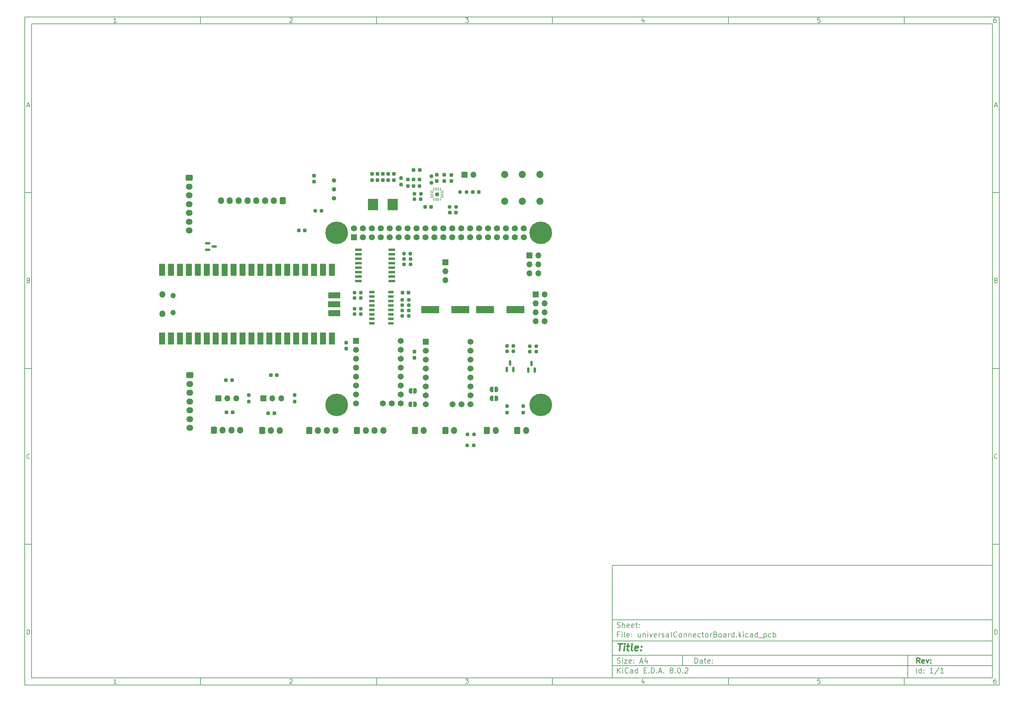
<source format=gts>
G04 #@! TF.GenerationSoftware,KiCad,Pcbnew,8.0.2*
G04 #@! TF.CreationDate,2024-05-29T13:55:41+02:00*
G04 #@! TF.ProjectId,universalConnectorBoard,756e6976-6572-4736-916c-436f6e6e6563,rev?*
G04 #@! TF.SameCoordinates,Original*
G04 #@! TF.FileFunction,Soldermask,Top*
G04 #@! TF.FilePolarity,Negative*
%FSLAX46Y46*%
G04 Gerber Fmt 4.6, Leading zero omitted, Abs format (unit mm)*
G04 Created by KiCad (PCBNEW 8.0.2) date 2024-05-29 13:55:41*
%MOMM*%
%LPD*%
G01*
G04 APERTURE LIST*
G04 Aperture macros list*
%AMRoundRect*
0 Rectangle with rounded corners*
0 $1 Rounding radius*
0 $2 $3 $4 $5 $6 $7 $8 $9 X,Y pos of 4 corners*
0 Add a 4 corners polygon primitive as box body*
4,1,4,$2,$3,$4,$5,$6,$7,$8,$9,$2,$3,0*
0 Add four circle primitives for the rounded corners*
1,1,$1+$1,$2,$3*
1,1,$1+$1,$4,$5*
1,1,$1+$1,$6,$7*
1,1,$1+$1,$8,$9*
0 Add four rect primitives between the rounded corners*
20,1,$1+$1,$2,$3,$4,$5,0*
20,1,$1+$1,$4,$5,$6,$7,0*
20,1,$1+$1,$6,$7,$8,$9,0*
20,1,$1+$1,$8,$9,$2,$3,0*%
%AMOutline5P*
0 Free polygon, 5 corners , with rotation*
0 The origin of the aperture is its center*
0 number of corners: always 5*
0 $1 to $10 corner X, Y*
0 $11 Rotation angle, in degrees counterclockwise*
0 create outline with 5 corners*
4,1,5,$1,$2,$3,$4,$5,$6,$7,$8,$9,$10,$1,$2,$11*%
%AMOutline6P*
0 Free polygon, 6 corners , with rotation*
0 The origin of the aperture is its center*
0 number of corners: always 6*
0 $1 to $12 corner X, Y*
0 $13 Rotation angle, in degrees counterclockwise*
0 create outline with 6 corners*
4,1,6,$1,$2,$3,$4,$5,$6,$7,$8,$9,$10,$11,$12,$1,$2,$13*%
%AMOutline7P*
0 Free polygon, 7 corners , with rotation*
0 The origin of the aperture is its center*
0 number of corners: always 7*
0 $1 to $14 corner X, Y*
0 $15 Rotation angle, in degrees counterclockwise*
0 create outline with 7 corners*
4,1,7,$1,$2,$3,$4,$5,$6,$7,$8,$9,$10,$11,$12,$13,$14,$1,$2,$15*%
%AMOutline8P*
0 Free polygon, 8 corners , with rotation*
0 The origin of the aperture is its center*
0 number of corners: always 8*
0 $1 to $16 corner X, Y*
0 $17 Rotation angle, in degrees counterclockwise*
0 create outline with 8 corners*
4,1,8,$1,$2,$3,$4,$5,$6,$7,$8,$9,$10,$11,$12,$13,$14,$15,$16,$1,$2,$17*%
%AMFreePoly0*
4,1,19,0.500000,-0.750000,0.000000,-0.750000,0.000000,-0.744911,-0.071157,-0.744911,-0.207708,-0.704816,-0.327430,-0.627875,-0.420627,-0.520320,-0.479746,-0.390866,-0.500000,-0.250000,-0.500000,0.250000,-0.479746,0.390866,-0.420627,0.520320,-0.327430,0.627875,-0.207708,0.704816,-0.071157,0.744911,0.000000,0.744911,0.000000,0.750000,0.500000,0.750000,0.500000,-0.750000,0.500000,-0.750000,
$1*%
%AMFreePoly1*
4,1,19,0.000000,0.744911,0.071157,0.744911,0.207708,0.704816,0.327430,0.627875,0.420627,0.520320,0.479746,0.390866,0.500000,0.250000,0.500000,-0.250000,0.479746,-0.390866,0.420627,-0.520320,0.327430,-0.627875,0.207708,-0.704816,0.071157,-0.744911,0.000000,-0.744911,0.000000,-0.750000,-0.500000,-0.750000,-0.500000,0.750000,0.000000,0.750000,0.000000,0.744911,0.000000,0.744911,
$1*%
G04 Aperture macros list end*
%ADD10C,0.100000*%
%ADD11C,0.150000*%
%ADD12C,0.300000*%
%ADD13C,0.400000*%
%ADD14RoundRect,0.237500X-0.237500X0.300000X-0.237500X-0.300000X0.237500X-0.300000X0.237500X0.300000X0*%
%ADD15RoundRect,0.237500X0.237500X-0.300000X0.237500X0.300000X-0.237500X0.300000X-0.237500X-0.300000X0*%
%ADD16RoundRect,0.250000X-0.725000X0.600000X-0.725000X-0.600000X0.725000X-0.600000X0.725000X0.600000X0*%
%ADD17O,1.950000X1.700000*%
%ADD18FreePoly0,180.000000*%
%ADD19FreePoly1,180.000000*%
%ADD20RoundRect,0.237500X0.237500X-0.250000X0.237500X0.250000X-0.237500X0.250000X-0.237500X-0.250000X0*%
%ADD21RoundRect,0.237500X-0.250000X-0.237500X0.250000X-0.237500X0.250000X0.237500X-0.250000X0.237500X0*%
%ADD22R,5.100000X2.150000*%
%ADD23R,1.700000X1.700000*%
%ADD24O,1.700000X1.700000*%
%ADD25R,2.900000X3.200000*%
%ADD26RoundRect,0.237500X0.300000X0.237500X-0.300000X0.237500X-0.300000X-0.237500X0.300000X-0.237500X0*%
%ADD27RoundRect,0.237500X0.250000X0.237500X-0.250000X0.237500X-0.250000X-0.237500X0.250000X-0.237500X0*%
%ADD28RoundRect,0.237500X-0.300000X-0.237500X0.300000X-0.237500X0.300000X0.237500X-0.300000X0.237500X0*%
%ADD29RoundRect,0.250000X-0.600000X-0.750000X0.600000X-0.750000X0.600000X0.750000X-0.600000X0.750000X0*%
%ADD30O,1.700000X2.000000*%
%ADD31C,1.280000*%
%ADD32R,1.525000X0.650000*%
%ADD33O,1.800000X1.800000*%
%ADD34O,1.500000X1.500000*%
%ADD35R,1.700000X3.500000*%
%ADD36R,3.500000X1.700000*%
%ADD37RoundRect,0.237500X-0.287500X-0.237500X0.287500X-0.237500X0.287500X0.237500X-0.287500X0.237500X0*%
%ADD38RoundRect,0.250000X-0.600000X-0.725000X0.600000X-0.725000X0.600000X0.725000X-0.600000X0.725000X0*%
%ADD39O,1.700000X1.950000*%
%ADD40RoundRect,0.102000X-0.762000X-0.762000X0.762000X-0.762000X0.762000X0.762000X-0.762000X0.762000X0*%
%ADD41C,1.728000*%
%ADD42C,6.404000*%
%ADD43RoundRect,0.237500X-0.237500X0.250000X-0.237500X-0.250000X0.237500X-0.250000X0.237500X0.250000X0*%
%ADD44RoundRect,0.150000X0.150000X-0.587500X0.150000X0.587500X-0.150000X0.587500X-0.150000X-0.587500X0*%
%ADD45RoundRect,0.250000X0.600000X0.725000X-0.600000X0.725000X-0.600000X-0.725000X0.600000X-0.725000X0*%
%ADD46C,2.025000*%
%ADD47RoundRect,0.150000X-0.587500X-0.150000X0.587500X-0.150000X0.587500X0.150000X-0.587500X0.150000X0*%
%ADD48R,1.950000X0.650000*%
%ADD49RoundRect,0.102000X-0.754000X-0.754000X0.754000X-0.754000X0.754000X0.754000X-0.754000X0.754000X0*%
%ADD50C,1.712000*%
%ADD51Outline5P,-0.125000X0.425000X0.125000X0.425000X0.125000X-0.312500X0.012500X-0.425000X-0.125000X-0.425000X270.000000*%
%ADD52R,0.850000X0.250000*%
%ADD53Outline5P,-0.125000X0.425000X0.125000X0.425000X0.125000X-0.425000X-0.012500X-0.425000X-0.125000X-0.312500X270.000000*%
%ADD54Outline5P,-0.125000X0.312500X-0.012500X0.425000X0.125000X0.425000X0.125000X-0.425000X-0.125000X-0.425000X180.000000*%
%ADD55R,0.250000X0.850000*%
%ADD56Outline5P,-0.125000X0.425000X0.012500X0.425000X0.125000X0.312500X0.125000X-0.425000X-0.125000X-0.425000X180.000000*%
%ADD57Outline5P,-0.125000X0.312500X-0.012500X0.425000X0.125000X0.425000X0.125000X-0.425000X-0.125000X-0.425000X270.000000*%
%ADD58Outline5P,-0.125000X0.425000X0.012500X0.425000X0.125000X0.312500X0.125000X-0.425000X-0.125000X-0.425000X270.000000*%
%ADD59Outline5P,-0.125000X0.425000X0.125000X0.425000X0.125000X-0.312500X0.012500X-0.425000X-0.125000X-0.425000X180.000000*%
%ADD60Outline5P,-0.100000X0.300000X0.100000X0.300000X0.100000X-0.300000X-0.010000X-0.300000X-0.100000X-0.210000X180.000000*%
%ADD61R,1.026000X1.075000*%
G04 APERTURE END LIST*
D10*
D11*
X177002200Y-166007200D02*
X285002200Y-166007200D01*
X285002200Y-198007200D01*
X177002200Y-198007200D01*
X177002200Y-166007200D01*
D10*
D11*
X10000000Y-10000000D02*
X287002200Y-10000000D01*
X287002200Y-200007200D01*
X10000000Y-200007200D01*
X10000000Y-10000000D01*
D10*
D11*
X12000000Y-12000000D02*
X285002200Y-12000000D01*
X285002200Y-198007200D01*
X12000000Y-198007200D01*
X12000000Y-12000000D01*
D10*
D11*
X60000000Y-12000000D02*
X60000000Y-10000000D01*
D10*
D11*
X110000000Y-12000000D02*
X110000000Y-10000000D01*
D10*
D11*
X160000000Y-12000000D02*
X160000000Y-10000000D01*
D10*
D11*
X210000000Y-12000000D02*
X210000000Y-10000000D01*
D10*
D11*
X260000000Y-12000000D02*
X260000000Y-10000000D01*
D10*
D11*
X36089160Y-11593604D02*
X35346303Y-11593604D01*
X35717731Y-11593604D02*
X35717731Y-10293604D01*
X35717731Y-10293604D02*
X35593922Y-10479319D01*
X35593922Y-10479319D02*
X35470112Y-10603128D01*
X35470112Y-10603128D02*
X35346303Y-10665033D01*
D10*
D11*
X85346303Y-10417414D02*
X85408207Y-10355509D01*
X85408207Y-10355509D02*
X85532017Y-10293604D01*
X85532017Y-10293604D02*
X85841541Y-10293604D01*
X85841541Y-10293604D02*
X85965350Y-10355509D01*
X85965350Y-10355509D02*
X86027255Y-10417414D01*
X86027255Y-10417414D02*
X86089160Y-10541223D01*
X86089160Y-10541223D02*
X86089160Y-10665033D01*
X86089160Y-10665033D02*
X86027255Y-10850747D01*
X86027255Y-10850747D02*
X85284398Y-11593604D01*
X85284398Y-11593604D02*
X86089160Y-11593604D01*
D10*
D11*
X135284398Y-10293604D02*
X136089160Y-10293604D01*
X136089160Y-10293604D02*
X135655826Y-10788842D01*
X135655826Y-10788842D02*
X135841541Y-10788842D01*
X135841541Y-10788842D02*
X135965350Y-10850747D01*
X135965350Y-10850747D02*
X136027255Y-10912652D01*
X136027255Y-10912652D02*
X136089160Y-11036461D01*
X136089160Y-11036461D02*
X136089160Y-11345985D01*
X136089160Y-11345985D02*
X136027255Y-11469795D01*
X136027255Y-11469795D02*
X135965350Y-11531700D01*
X135965350Y-11531700D02*
X135841541Y-11593604D01*
X135841541Y-11593604D02*
X135470112Y-11593604D01*
X135470112Y-11593604D02*
X135346303Y-11531700D01*
X135346303Y-11531700D02*
X135284398Y-11469795D01*
D10*
D11*
X185965350Y-10726938D02*
X185965350Y-11593604D01*
X185655826Y-10231700D02*
X185346303Y-11160271D01*
X185346303Y-11160271D02*
X186151064Y-11160271D01*
D10*
D11*
X236027255Y-10293604D02*
X235408207Y-10293604D01*
X235408207Y-10293604D02*
X235346303Y-10912652D01*
X235346303Y-10912652D02*
X235408207Y-10850747D01*
X235408207Y-10850747D02*
X235532017Y-10788842D01*
X235532017Y-10788842D02*
X235841541Y-10788842D01*
X235841541Y-10788842D02*
X235965350Y-10850747D01*
X235965350Y-10850747D02*
X236027255Y-10912652D01*
X236027255Y-10912652D02*
X236089160Y-11036461D01*
X236089160Y-11036461D02*
X236089160Y-11345985D01*
X236089160Y-11345985D02*
X236027255Y-11469795D01*
X236027255Y-11469795D02*
X235965350Y-11531700D01*
X235965350Y-11531700D02*
X235841541Y-11593604D01*
X235841541Y-11593604D02*
X235532017Y-11593604D01*
X235532017Y-11593604D02*
X235408207Y-11531700D01*
X235408207Y-11531700D02*
X235346303Y-11469795D01*
D10*
D11*
X285965350Y-10293604D02*
X285717731Y-10293604D01*
X285717731Y-10293604D02*
X285593922Y-10355509D01*
X285593922Y-10355509D02*
X285532017Y-10417414D01*
X285532017Y-10417414D02*
X285408207Y-10603128D01*
X285408207Y-10603128D02*
X285346303Y-10850747D01*
X285346303Y-10850747D02*
X285346303Y-11345985D01*
X285346303Y-11345985D02*
X285408207Y-11469795D01*
X285408207Y-11469795D02*
X285470112Y-11531700D01*
X285470112Y-11531700D02*
X285593922Y-11593604D01*
X285593922Y-11593604D02*
X285841541Y-11593604D01*
X285841541Y-11593604D02*
X285965350Y-11531700D01*
X285965350Y-11531700D02*
X286027255Y-11469795D01*
X286027255Y-11469795D02*
X286089160Y-11345985D01*
X286089160Y-11345985D02*
X286089160Y-11036461D01*
X286089160Y-11036461D02*
X286027255Y-10912652D01*
X286027255Y-10912652D02*
X285965350Y-10850747D01*
X285965350Y-10850747D02*
X285841541Y-10788842D01*
X285841541Y-10788842D02*
X285593922Y-10788842D01*
X285593922Y-10788842D02*
X285470112Y-10850747D01*
X285470112Y-10850747D02*
X285408207Y-10912652D01*
X285408207Y-10912652D02*
X285346303Y-11036461D01*
D10*
D11*
X60000000Y-198007200D02*
X60000000Y-200007200D01*
D10*
D11*
X110000000Y-198007200D02*
X110000000Y-200007200D01*
D10*
D11*
X160000000Y-198007200D02*
X160000000Y-200007200D01*
D10*
D11*
X210000000Y-198007200D02*
X210000000Y-200007200D01*
D10*
D11*
X260000000Y-198007200D02*
X260000000Y-200007200D01*
D10*
D11*
X36089160Y-199600804D02*
X35346303Y-199600804D01*
X35717731Y-199600804D02*
X35717731Y-198300804D01*
X35717731Y-198300804D02*
X35593922Y-198486519D01*
X35593922Y-198486519D02*
X35470112Y-198610328D01*
X35470112Y-198610328D02*
X35346303Y-198672233D01*
D10*
D11*
X85346303Y-198424614D02*
X85408207Y-198362709D01*
X85408207Y-198362709D02*
X85532017Y-198300804D01*
X85532017Y-198300804D02*
X85841541Y-198300804D01*
X85841541Y-198300804D02*
X85965350Y-198362709D01*
X85965350Y-198362709D02*
X86027255Y-198424614D01*
X86027255Y-198424614D02*
X86089160Y-198548423D01*
X86089160Y-198548423D02*
X86089160Y-198672233D01*
X86089160Y-198672233D02*
X86027255Y-198857947D01*
X86027255Y-198857947D02*
X85284398Y-199600804D01*
X85284398Y-199600804D02*
X86089160Y-199600804D01*
D10*
D11*
X135284398Y-198300804D02*
X136089160Y-198300804D01*
X136089160Y-198300804D02*
X135655826Y-198796042D01*
X135655826Y-198796042D02*
X135841541Y-198796042D01*
X135841541Y-198796042D02*
X135965350Y-198857947D01*
X135965350Y-198857947D02*
X136027255Y-198919852D01*
X136027255Y-198919852D02*
X136089160Y-199043661D01*
X136089160Y-199043661D02*
X136089160Y-199353185D01*
X136089160Y-199353185D02*
X136027255Y-199476995D01*
X136027255Y-199476995D02*
X135965350Y-199538900D01*
X135965350Y-199538900D02*
X135841541Y-199600804D01*
X135841541Y-199600804D02*
X135470112Y-199600804D01*
X135470112Y-199600804D02*
X135346303Y-199538900D01*
X135346303Y-199538900D02*
X135284398Y-199476995D01*
D10*
D11*
X185965350Y-198734138D02*
X185965350Y-199600804D01*
X185655826Y-198238900D02*
X185346303Y-199167471D01*
X185346303Y-199167471D02*
X186151064Y-199167471D01*
D10*
D11*
X236027255Y-198300804D02*
X235408207Y-198300804D01*
X235408207Y-198300804D02*
X235346303Y-198919852D01*
X235346303Y-198919852D02*
X235408207Y-198857947D01*
X235408207Y-198857947D02*
X235532017Y-198796042D01*
X235532017Y-198796042D02*
X235841541Y-198796042D01*
X235841541Y-198796042D02*
X235965350Y-198857947D01*
X235965350Y-198857947D02*
X236027255Y-198919852D01*
X236027255Y-198919852D02*
X236089160Y-199043661D01*
X236089160Y-199043661D02*
X236089160Y-199353185D01*
X236089160Y-199353185D02*
X236027255Y-199476995D01*
X236027255Y-199476995D02*
X235965350Y-199538900D01*
X235965350Y-199538900D02*
X235841541Y-199600804D01*
X235841541Y-199600804D02*
X235532017Y-199600804D01*
X235532017Y-199600804D02*
X235408207Y-199538900D01*
X235408207Y-199538900D02*
X235346303Y-199476995D01*
D10*
D11*
X285965350Y-198300804D02*
X285717731Y-198300804D01*
X285717731Y-198300804D02*
X285593922Y-198362709D01*
X285593922Y-198362709D02*
X285532017Y-198424614D01*
X285532017Y-198424614D02*
X285408207Y-198610328D01*
X285408207Y-198610328D02*
X285346303Y-198857947D01*
X285346303Y-198857947D02*
X285346303Y-199353185D01*
X285346303Y-199353185D02*
X285408207Y-199476995D01*
X285408207Y-199476995D02*
X285470112Y-199538900D01*
X285470112Y-199538900D02*
X285593922Y-199600804D01*
X285593922Y-199600804D02*
X285841541Y-199600804D01*
X285841541Y-199600804D02*
X285965350Y-199538900D01*
X285965350Y-199538900D02*
X286027255Y-199476995D01*
X286027255Y-199476995D02*
X286089160Y-199353185D01*
X286089160Y-199353185D02*
X286089160Y-199043661D01*
X286089160Y-199043661D02*
X286027255Y-198919852D01*
X286027255Y-198919852D02*
X285965350Y-198857947D01*
X285965350Y-198857947D02*
X285841541Y-198796042D01*
X285841541Y-198796042D02*
X285593922Y-198796042D01*
X285593922Y-198796042D02*
X285470112Y-198857947D01*
X285470112Y-198857947D02*
X285408207Y-198919852D01*
X285408207Y-198919852D02*
X285346303Y-199043661D01*
D10*
D11*
X10000000Y-60000000D02*
X12000000Y-60000000D01*
D10*
D11*
X10000000Y-110000000D02*
X12000000Y-110000000D01*
D10*
D11*
X10000000Y-160000000D02*
X12000000Y-160000000D01*
D10*
D11*
X10690476Y-35222176D02*
X11309523Y-35222176D01*
X10566666Y-35593604D02*
X10999999Y-34293604D01*
X10999999Y-34293604D02*
X11433333Y-35593604D01*
D10*
D11*
X11092857Y-84912652D02*
X11278571Y-84974557D01*
X11278571Y-84974557D02*
X11340476Y-85036461D01*
X11340476Y-85036461D02*
X11402380Y-85160271D01*
X11402380Y-85160271D02*
X11402380Y-85345985D01*
X11402380Y-85345985D02*
X11340476Y-85469795D01*
X11340476Y-85469795D02*
X11278571Y-85531700D01*
X11278571Y-85531700D02*
X11154761Y-85593604D01*
X11154761Y-85593604D02*
X10659523Y-85593604D01*
X10659523Y-85593604D02*
X10659523Y-84293604D01*
X10659523Y-84293604D02*
X11092857Y-84293604D01*
X11092857Y-84293604D02*
X11216666Y-84355509D01*
X11216666Y-84355509D02*
X11278571Y-84417414D01*
X11278571Y-84417414D02*
X11340476Y-84541223D01*
X11340476Y-84541223D02*
X11340476Y-84665033D01*
X11340476Y-84665033D02*
X11278571Y-84788842D01*
X11278571Y-84788842D02*
X11216666Y-84850747D01*
X11216666Y-84850747D02*
X11092857Y-84912652D01*
X11092857Y-84912652D02*
X10659523Y-84912652D01*
D10*
D11*
X11402380Y-135469795D02*
X11340476Y-135531700D01*
X11340476Y-135531700D02*
X11154761Y-135593604D01*
X11154761Y-135593604D02*
X11030952Y-135593604D01*
X11030952Y-135593604D02*
X10845238Y-135531700D01*
X10845238Y-135531700D02*
X10721428Y-135407890D01*
X10721428Y-135407890D02*
X10659523Y-135284080D01*
X10659523Y-135284080D02*
X10597619Y-135036461D01*
X10597619Y-135036461D02*
X10597619Y-134850747D01*
X10597619Y-134850747D02*
X10659523Y-134603128D01*
X10659523Y-134603128D02*
X10721428Y-134479319D01*
X10721428Y-134479319D02*
X10845238Y-134355509D01*
X10845238Y-134355509D02*
X11030952Y-134293604D01*
X11030952Y-134293604D02*
X11154761Y-134293604D01*
X11154761Y-134293604D02*
X11340476Y-134355509D01*
X11340476Y-134355509D02*
X11402380Y-134417414D01*
D10*
D11*
X10659523Y-185593604D02*
X10659523Y-184293604D01*
X10659523Y-184293604D02*
X10969047Y-184293604D01*
X10969047Y-184293604D02*
X11154761Y-184355509D01*
X11154761Y-184355509D02*
X11278571Y-184479319D01*
X11278571Y-184479319D02*
X11340476Y-184603128D01*
X11340476Y-184603128D02*
X11402380Y-184850747D01*
X11402380Y-184850747D02*
X11402380Y-185036461D01*
X11402380Y-185036461D02*
X11340476Y-185284080D01*
X11340476Y-185284080D02*
X11278571Y-185407890D01*
X11278571Y-185407890D02*
X11154761Y-185531700D01*
X11154761Y-185531700D02*
X10969047Y-185593604D01*
X10969047Y-185593604D02*
X10659523Y-185593604D01*
D10*
D11*
X287002200Y-60000000D02*
X285002200Y-60000000D01*
D10*
D11*
X287002200Y-110000000D02*
X285002200Y-110000000D01*
D10*
D11*
X287002200Y-160000000D02*
X285002200Y-160000000D01*
D10*
D11*
X285692676Y-35222176D02*
X286311723Y-35222176D01*
X285568866Y-35593604D02*
X286002199Y-34293604D01*
X286002199Y-34293604D02*
X286435533Y-35593604D01*
D10*
D11*
X286095057Y-84912652D02*
X286280771Y-84974557D01*
X286280771Y-84974557D02*
X286342676Y-85036461D01*
X286342676Y-85036461D02*
X286404580Y-85160271D01*
X286404580Y-85160271D02*
X286404580Y-85345985D01*
X286404580Y-85345985D02*
X286342676Y-85469795D01*
X286342676Y-85469795D02*
X286280771Y-85531700D01*
X286280771Y-85531700D02*
X286156961Y-85593604D01*
X286156961Y-85593604D02*
X285661723Y-85593604D01*
X285661723Y-85593604D02*
X285661723Y-84293604D01*
X285661723Y-84293604D02*
X286095057Y-84293604D01*
X286095057Y-84293604D02*
X286218866Y-84355509D01*
X286218866Y-84355509D02*
X286280771Y-84417414D01*
X286280771Y-84417414D02*
X286342676Y-84541223D01*
X286342676Y-84541223D02*
X286342676Y-84665033D01*
X286342676Y-84665033D02*
X286280771Y-84788842D01*
X286280771Y-84788842D02*
X286218866Y-84850747D01*
X286218866Y-84850747D02*
X286095057Y-84912652D01*
X286095057Y-84912652D02*
X285661723Y-84912652D01*
D10*
D11*
X286404580Y-135469795D02*
X286342676Y-135531700D01*
X286342676Y-135531700D02*
X286156961Y-135593604D01*
X286156961Y-135593604D02*
X286033152Y-135593604D01*
X286033152Y-135593604D02*
X285847438Y-135531700D01*
X285847438Y-135531700D02*
X285723628Y-135407890D01*
X285723628Y-135407890D02*
X285661723Y-135284080D01*
X285661723Y-135284080D02*
X285599819Y-135036461D01*
X285599819Y-135036461D02*
X285599819Y-134850747D01*
X285599819Y-134850747D02*
X285661723Y-134603128D01*
X285661723Y-134603128D02*
X285723628Y-134479319D01*
X285723628Y-134479319D02*
X285847438Y-134355509D01*
X285847438Y-134355509D02*
X286033152Y-134293604D01*
X286033152Y-134293604D02*
X286156961Y-134293604D01*
X286156961Y-134293604D02*
X286342676Y-134355509D01*
X286342676Y-134355509D02*
X286404580Y-134417414D01*
D10*
D11*
X285661723Y-185593604D02*
X285661723Y-184293604D01*
X285661723Y-184293604D02*
X285971247Y-184293604D01*
X285971247Y-184293604D02*
X286156961Y-184355509D01*
X286156961Y-184355509D02*
X286280771Y-184479319D01*
X286280771Y-184479319D02*
X286342676Y-184603128D01*
X286342676Y-184603128D02*
X286404580Y-184850747D01*
X286404580Y-184850747D02*
X286404580Y-185036461D01*
X286404580Y-185036461D02*
X286342676Y-185284080D01*
X286342676Y-185284080D02*
X286280771Y-185407890D01*
X286280771Y-185407890D02*
X286156961Y-185531700D01*
X286156961Y-185531700D02*
X285971247Y-185593604D01*
X285971247Y-185593604D02*
X285661723Y-185593604D01*
D10*
D11*
X200458026Y-193793328D02*
X200458026Y-192293328D01*
X200458026Y-192293328D02*
X200815169Y-192293328D01*
X200815169Y-192293328D02*
X201029455Y-192364757D01*
X201029455Y-192364757D02*
X201172312Y-192507614D01*
X201172312Y-192507614D02*
X201243741Y-192650471D01*
X201243741Y-192650471D02*
X201315169Y-192936185D01*
X201315169Y-192936185D02*
X201315169Y-193150471D01*
X201315169Y-193150471D02*
X201243741Y-193436185D01*
X201243741Y-193436185D02*
X201172312Y-193579042D01*
X201172312Y-193579042D02*
X201029455Y-193721900D01*
X201029455Y-193721900D02*
X200815169Y-193793328D01*
X200815169Y-193793328D02*
X200458026Y-193793328D01*
X202600884Y-193793328D02*
X202600884Y-193007614D01*
X202600884Y-193007614D02*
X202529455Y-192864757D01*
X202529455Y-192864757D02*
X202386598Y-192793328D01*
X202386598Y-192793328D02*
X202100884Y-192793328D01*
X202100884Y-192793328D02*
X201958026Y-192864757D01*
X202600884Y-193721900D02*
X202458026Y-193793328D01*
X202458026Y-193793328D02*
X202100884Y-193793328D01*
X202100884Y-193793328D02*
X201958026Y-193721900D01*
X201958026Y-193721900D02*
X201886598Y-193579042D01*
X201886598Y-193579042D02*
X201886598Y-193436185D01*
X201886598Y-193436185D02*
X201958026Y-193293328D01*
X201958026Y-193293328D02*
X202100884Y-193221900D01*
X202100884Y-193221900D02*
X202458026Y-193221900D01*
X202458026Y-193221900D02*
X202600884Y-193150471D01*
X203100884Y-192793328D02*
X203672312Y-192793328D01*
X203315169Y-192293328D02*
X203315169Y-193579042D01*
X203315169Y-193579042D02*
X203386598Y-193721900D01*
X203386598Y-193721900D02*
X203529455Y-193793328D01*
X203529455Y-193793328D02*
X203672312Y-193793328D01*
X204743741Y-193721900D02*
X204600884Y-193793328D01*
X204600884Y-193793328D02*
X204315170Y-193793328D01*
X204315170Y-193793328D02*
X204172312Y-193721900D01*
X204172312Y-193721900D02*
X204100884Y-193579042D01*
X204100884Y-193579042D02*
X204100884Y-193007614D01*
X204100884Y-193007614D02*
X204172312Y-192864757D01*
X204172312Y-192864757D02*
X204315170Y-192793328D01*
X204315170Y-192793328D02*
X204600884Y-192793328D01*
X204600884Y-192793328D02*
X204743741Y-192864757D01*
X204743741Y-192864757D02*
X204815170Y-193007614D01*
X204815170Y-193007614D02*
X204815170Y-193150471D01*
X204815170Y-193150471D02*
X204100884Y-193293328D01*
X205458026Y-193650471D02*
X205529455Y-193721900D01*
X205529455Y-193721900D02*
X205458026Y-193793328D01*
X205458026Y-193793328D02*
X205386598Y-193721900D01*
X205386598Y-193721900D02*
X205458026Y-193650471D01*
X205458026Y-193650471D02*
X205458026Y-193793328D01*
X205458026Y-192864757D02*
X205529455Y-192936185D01*
X205529455Y-192936185D02*
X205458026Y-193007614D01*
X205458026Y-193007614D02*
X205386598Y-192936185D01*
X205386598Y-192936185D02*
X205458026Y-192864757D01*
X205458026Y-192864757D02*
X205458026Y-193007614D01*
D10*
D11*
X177002200Y-194507200D02*
X285002200Y-194507200D01*
D10*
D11*
X178458026Y-196593328D02*
X178458026Y-195093328D01*
X179315169Y-196593328D02*
X178672312Y-195736185D01*
X179315169Y-195093328D02*
X178458026Y-195950471D01*
X179958026Y-196593328D02*
X179958026Y-195593328D01*
X179958026Y-195093328D02*
X179886598Y-195164757D01*
X179886598Y-195164757D02*
X179958026Y-195236185D01*
X179958026Y-195236185D02*
X180029455Y-195164757D01*
X180029455Y-195164757D02*
X179958026Y-195093328D01*
X179958026Y-195093328D02*
X179958026Y-195236185D01*
X181529455Y-196450471D02*
X181458027Y-196521900D01*
X181458027Y-196521900D02*
X181243741Y-196593328D01*
X181243741Y-196593328D02*
X181100884Y-196593328D01*
X181100884Y-196593328D02*
X180886598Y-196521900D01*
X180886598Y-196521900D02*
X180743741Y-196379042D01*
X180743741Y-196379042D02*
X180672312Y-196236185D01*
X180672312Y-196236185D02*
X180600884Y-195950471D01*
X180600884Y-195950471D02*
X180600884Y-195736185D01*
X180600884Y-195736185D02*
X180672312Y-195450471D01*
X180672312Y-195450471D02*
X180743741Y-195307614D01*
X180743741Y-195307614D02*
X180886598Y-195164757D01*
X180886598Y-195164757D02*
X181100884Y-195093328D01*
X181100884Y-195093328D02*
X181243741Y-195093328D01*
X181243741Y-195093328D02*
X181458027Y-195164757D01*
X181458027Y-195164757D02*
X181529455Y-195236185D01*
X182815170Y-196593328D02*
X182815170Y-195807614D01*
X182815170Y-195807614D02*
X182743741Y-195664757D01*
X182743741Y-195664757D02*
X182600884Y-195593328D01*
X182600884Y-195593328D02*
X182315170Y-195593328D01*
X182315170Y-195593328D02*
X182172312Y-195664757D01*
X182815170Y-196521900D02*
X182672312Y-196593328D01*
X182672312Y-196593328D02*
X182315170Y-196593328D01*
X182315170Y-196593328D02*
X182172312Y-196521900D01*
X182172312Y-196521900D02*
X182100884Y-196379042D01*
X182100884Y-196379042D02*
X182100884Y-196236185D01*
X182100884Y-196236185D02*
X182172312Y-196093328D01*
X182172312Y-196093328D02*
X182315170Y-196021900D01*
X182315170Y-196021900D02*
X182672312Y-196021900D01*
X182672312Y-196021900D02*
X182815170Y-195950471D01*
X184172313Y-196593328D02*
X184172313Y-195093328D01*
X184172313Y-196521900D02*
X184029455Y-196593328D01*
X184029455Y-196593328D02*
X183743741Y-196593328D01*
X183743741Y-196593328D02*
X183600884Y-196521900D01*
X183600884Y-196521900D02*
X183529455Y-196450471D01*
X183529455Y-196450471D02*
X183458027Y-196307614D01*
X183458027Y-196307614D02*
X183458027Y-195879042D01*
X183458027Y-195879042D02*
X183529455Y-195736185D01*
X183529455Y-195736185D02*
X183600884Y-195664757D01*
X183600884Y-195664757D02*
X183743741Y-195593328D01*
X183743741Y-195593328D02*
X184029455Y-195593328D01*
X184029455Y-195593328D02*
X184172313Y-195664757D01*
X186029455Y-195807614D02*
X186529455Y-195807614D01*
X186743741Y-196593328D02*
X186029455Y-196593328D01*
X186029455Y-196593328D02*
X186029455Y-195093328D01*
X186029455Y-195093328D02*
X186743741Y-195093328D01*
X187386598Y-196450471D02*
X187458027Y-196521900D01*
X187458027Y-196521900D02*
X187386598Y-196593328D01*
X187386598Y-196593328D02*
X187315170Y-196521900D01*
X187315170Y-196521900D02*
X187386598Y-196450471D01*
X187386598Y-196450471D02*
X187386598Y-196593328D01*
X188100884Y-196593328D02*
X188100884Y-195093328D01*
X188100884Y-195093328D02*
X188458027Y-195093328D01*
X188458027Y-195093328D02*
X188672313Y-195164757D01*
X188672313Y-195164757D02*
X188815170Y-195307614D01*
X188815170Y-195307614D02*
X188886599Y-195450471D01*
X188886599Y-195450471D02*
X188958027Y-195736185D01*
X188958027Y-195736185D02*
X188958027Y-195950471D01*
X188958027Y-195950471D02*
X188886599Y-196236185D01*
X188886599Y-196236185D02*
X188815170Y-196379042D01*
X188815170Y-196379042D02*
X188672313Y-196521900D01*
X188672313Y-196521900D02*
X188458027Y-196593328D01*
X188458027Y-196593328D02*
X188100884Y-196593328D01*
X189600884Y-196450471D02*
X189672313Y-196521900D01*
X189672313Y-196521900D02*
X189600884Y-196593328D01*
X189600884Y-196593328D02*
X189529456Y-196521900D01*
X189529456Y-196521900D02*
X189600884Y-196450471D01*
X189600884Y-196450471D02*
X189600884Y-196593328D01*
X190243742Y-196164757D02*
X190958028Y-196164757D01*
X190100885Y-196593328D02*
X190600885Y-195093328D01*
X190600885Y-195093328D02*
X191100885Y-196593328D01*
X191600884Y-196450471D02*
X191672313Y-196521900D01*
X191672313Y-196521900D02*
X191600884Y-196593328D01*
X191600884Y-196593328D02*
X191529456Y-196521900D01*
X191529456Y-196521900D02*
X191600884Y-196450471D01*
X191600884Y-196450471D02*
X191600884Y-196593328D01*
X193672313Y-195736185D02*
X193529456Y-195664757D01*
X193529456Y-195664757D02*
X193458027Y-195593328D01*
X193458027Y-195593328D02*
X193386599Y-195450471D01*
X193386599Y-195450471D02*
X193386599Y-195379042D01*
X193386599Y-195379042D02*
X193458027Y-195236185D01*
X193458027Y-195236185D02*
X193529456Y-195164757D01*
X193529456Y-195164757D02*
X193672313Y-195093328D01*
X193672313Y-195093328D02*
X193958027Y-195093328D01*
X193958027Y-195093328D02*
X194100885Y-195164757D01*
X194100885Y-195164757D02*
X194172313Y-195236185D01*
X194172313Y-195236185D02*
X194243742Y-195379042D01*
X194243742Y-195379042D02*
X194243742Y-195450471D01*
X194243742Y-195450471D02*
X194172313Y-195593328D01*
X194172313Y-195593328D02*
X194100885Y-195664757D01*
X194100885Y-195664757D02*
X193958027Y-195736185D01*
X193958027Y-195736185D02*
X193672313Y-195736185D01*
X193672313Y-195736185D02*
X193529456Y-195807614D01*
X193529456Y-195807614D02*
X193458027Y-195879042D01*
X193458027Y-195879042D02*
X193386599Y-196021900D01*
X193386599Y-196021900D02*
X193386599Y-196307614D01*
X193386599Y-196307614D02*
X193458027Y-196450471D01*
X193458027Y-196450471D02*
X193529456Y-196521900D01*
X193529456Y-196521900D02*
X193672313Y-196593328D01*
X193672313Y-196593328D02*
X193958027Y-196593328D01*
X193958027Y-196593328D02*
X194100885Y-196521900D01*
X194100885Y-196521900D02*
X194172313Y-196450471D01*
X194172313Y-196450471D02*
X194243742Y-196307614D01*
X194243742Y-196307614D02*
X194243742Y-196021900D01*
X194243742Y-196021900D02*
X194172313Y-195879042D01*
X194172313Y-195879042D02*
X194100885Y-195807614D01*
X194100885Y-195807614D02*
X193958027Y-195736185D01*
X194886598Y-196450471D02*
X194958027Y-196521900D01*
X194958027Y-196521900D02*
X194886598Y-196593328D01*
X194886598Y-196593328D02*
X194815170Y-196521900D01*
X194815170Y-196521900D02*
X194886598Y-196450471D01*
X194886598Y-196450471D02*
X194886598Y-196593328D01*
X195886599Y-195093328D02*
X196029456Y-195093328D01*
X196029456Y-195093328D02*
X196172313Y-195164757D01*
X196172313Y-195164757D02*
X196243742Y-195236185D01*
X196243742Y-195236185D02*
X196315170Y-195379042D01*
X196315170Y-195379042D02*
X196386599Y-195664757D01*
X196386599Y-195664757D02*
X196386599Y-196021900D01*
X196386599Y-196021900D02*
X196315170Y-196307614D01*
X196315170Y-196307614D02*
X196243742Y-196450471D01*
X196243742Y-196450471D02*
X196172313Y-196521900D01*
X196172313Y-196521900D02*
X196029456Y-196593328D01*
X196029456Y-196593328D02*
X195886599Y-196593328D01*
X195886599Y-196593328D02*
X195743742Y-196521900D01*
X195743742Y-196521900D02*
X195672313Y-196450471D01*
X195672313Y-196450471D02*
X195600884Y-196307614D01*
X195600884Y-196307614D02*
X195529456Y-196021900D01*
X195529456Y-196021900D02*
X195529456Y-195664757D01*
X195529456Y-195664757D02*
X195600884Y-195379042D01*
X195600884Y-195379042D02*
X195672313Y-195236185D01*
X195672313Y-195236185D02*
X195743742Y-195164757D01*
X195743742Y-195164757D02*
X195886599Y-195093328D01*
X197029455Y-196450471D02*
X197100884Y-196521900D01*
X197100884Y-196521900D02*
X197029455Y-196593328D01*
X197029455Y-196593328D02*
X196958027Y-196521900D01*
X196958027Y-196521900D02*
X197029455Y-196450471D01*
X197029455Y-196450471D02*
X197029455Y-196593328D01*
X197672313Y-195236185D02*
X197743741Y-195164757D01*
X197743741Y-195164757D02*
X197886599Y-195093328D01*
X197886599Y-195093328D02*
X198243741Y-195093328D01*
X198243741Y-195093328D02*
X198386599Y-195164757D01*
X198386599Y-195164757D02*
X198458027Y-195236185D01*
X198458027Y-195236185D02*
X198529456Y-195379042D01*
X198529456Y-195379042D02*
X198529456Y-195521900D01*
X198529456Y-195521900D02*
X198458027Y-195736185D01*
X198458027Y-195736185D02*
X197600884Y-196593328D01*
X197600884Y-196593328D02*
X198529456Y-196593328D01*
D10*
D11*
X177002200Y-191507200D02*
X285002200Y-191507200D01*
D10*
D12*
X264413853Y-193785528D02*
X263913853Y-193071242D01*
X263556710Y-193785528D02*
X263556710Y-192285528D01*
X263556710Y-192285528D02*
X264128139Y-192285528D01*
X264128139Y-192285528D02*
X264270996Y-192356957D01*
X264270996Y-192356957D02*
X264342425Y-192428385D01*
X264342425Y-192428385D02*
X264413853Y-192571242D01*
X264413853Y-192571242D02*
X264413853Y-192785528D01*
X264413853Y-192785528D02*
X264342425Y-192928385D01*
X264342425Y-192928385D02*
X264270996Y-192999814D01*
X264270996Y-192999814D02*
X264128139Y-193071242D01*
X264128139Y-193071242D02*
X263556710Y-193071242D01*
X265628139Y-193714100D02*
X265485282Y-193785528D01*
X265485282Y-193785528D02*
X265199568Y-193785528D01*
X265199568Y-193785528D02*
X265056710Y-193714100D01*
X265056710Y-193714100D02*
X264985282Y-193571242D01*
X264985282Y-193571242D02*
X264985282Y-192999814D01*
X264985282Y-192999814D02*
X265056710Y-192856957D01*
X265056710Y-192856957D02*
X265199568Y-192785528D01*
X265199568Y-192785528D02*
X265485282Y-192785528D01*
X265485282Y-192785528D02*
X265628139Y-192856957D01*
X265628139Y-192856957D02*
X265699568Y-192999814D01*
X265699568Y-192999814D02*
X265699568Y-193142671D01*
X265699568Y-193142671D02*
X264985282Y-193285528D01*
X266199567Y-192785528D02*
X266556710Y-193785528D01*
X266556710Y-193785528D02*
X266913853Y-192785528D01*
X267485281Y-193642671D02*
X267556710Y-193714100D01*
X267556710Y-193714100D02*
X267485281Y-193785528D01*
X267485281Y-193785528D02*
X267413853Y-193714100D01*
X267413853Y-193714100D02*
X267485281Y-193642671D01*
X267485281Y-193642671D02*
X267485281Y-193785528D01*
X267485281Y-192856957D02*
X267556710Y-192928385D01*
X267556710Y-192928385D02*
X267485281Y-192999814D01*
X267485281Y-192999814D02*
X267413853Y-192928385D01*
X267413853Y-192928385D02*
X267485281Y-192856957D01*
X267485281Y-192856957D02*
X267485281Y-192999814D01*
D10*
D11*
X178386598Y-193721900D02*
X178600884Y-193793328D01*
X178600884Y-193793328D02*
X178958026Y-193793328D01*
X178958026Y-193793328D02*
X179100884Y-193721900D01*
X179100884Y-193721900D02*
X179172312Y-193650471D01*
X179172312Y-193650471D02*
X179243741Y-193507614D01*
X179243741Y-193507614D02*
X179243741Y-193364757D01*
X179243741Y-193364757D02*
X179172312Y-193221900D01*
X179172312Y-193221900D02*
X179100884Y-193150471D01*
X179100884Y-193150471D02*
X178958026Y-193079042D01*
X178958026Y-193079042D02*
X178672312Y-193007614D01*
X178672312Y-193007614D02*
X178529455Y-192936185D01*
X178529455Y-192936185D02*
X178458026Y-192864757D01*
X178458026Y-192864757D02*
X178386598Y-192721900D01*
X178386598Y-192721900D02*
X178386598Y-192579042D01*
X178386598Y-192579042D02*
X178458026Y-192436185D01*
X178458026Y-192436185D02*
X178529455Y-192364757D01*
X178529455Y-192364757D02*
X178672312Y-192293328D01*
X178672312Y-192293328D02*
X179029455Y-192293328D01*
X179029455Y-192293328D02*
X179243741Y-192364757D01*
X179886597Y-193793328D02*
X179886597Y-192793328D01*
X179886597Y-192293328D02*
X179815169Y-192364757D01*
X179815169Y-192364757D02*
X179886597Y-192436185D01*
X179886597Y-192436185D02*
X179958026Y-192364757D01*
X179958026Y-192364757D02*
X179886597Y-192293328D01*
X179886597Y-192293328D02*
X179886597Y-192436185D01*
X180458026Y-192793328D02*
X181243741Y-192793328D01*
X181243741Y-192793328D02*
X180458026Y-193793328D01*
X180458026Y-193793328D02*
X181243741Y-193793328D01*
X182386598Y-193721900D02*
X182243741Y-193793328D01*
X182243741Y-193793328D02*
X181958027Y-193793328D01*
X181958027Y-193793328D02*
X181815169Y-193721900D01*
X181815169Y-193721900D02*
X181743741Y-193579042D01*
X181743741Y-193579042D02*
X181743741Y-193007614D01*
X181743741Y-193007614D02*
X181815169Y-192864757D01*
X181815169Y-192864757D02*
X181958027Y-192793328D01*
X181958027Y-192793328D02*
X182243741Y-192793328D01*
X182243741Y-192793328D02*
X182386598Y-192864757D01*
X182386598Y-192864757D02*
X182458027Y-193007614D01*
X182458027Y-193007614D02*
X182458027Y-193150471D01*
X182458027Y-193150471D02*
X181743741Y-193293328D01*
X183100883Y-193650471D02*
X183172312Y-193721900D01*
X183172312Y-193721900D02*
X183100883Y-193793328D01*
X183100883Y-193793328D02*
X183029455Y-193721900D01*
X183029455Y-193721900D02*
X183100883Y-193650471D01*
X183100883Y-193650471D02*
X183100883Y-193793328D01*
X183100883Y-192864757D02*
X183172312Y-192936185D01*
X183172312Y-192936185D02*
X183100883Y-193007614D01*
X183100883Y-193007614D02*
X183029455Y-192936185D01*
X183029455Y-192936185D02*
X183100883Y-192864757D01*
X183100883Y-192864757D02*
X183100883Y-193007614D01*
X184886598Y-193364757D02*
X185600884Y-193364757D01*
X184743741Y-193793328D02*
X185243741Y-192293328D01*
X185243741Y-192293328D02*
X185743741Y-193793328D01*
X186886598Y-192793328D02*
X186886598Y-193793328D01*
X186529455Y-192221900D02*
X186172312Y-193293328D01*
X186172312Y-193293328D02*
X187100883Y-193293328D01*
D10*
D11*
X263458026Y-196593328D02*
X263458026Y-195093328D01*
X264815170Y-196593328D02*
X264815170Y-195093328D01*
X264815170Y-196521900D02*
X264672312Y-196593328D01*
X264672312Y-196593328D02*
X264386598Y-196593328D01*
X264386598Y-196593328D02*
X264243741Y-196521900D01*
X264243741Y-196521900D02*
X264172312Y-196450471D01*
X264172312Y-196450471D02*
X264100884Y-196307614D01*
X264100884Y-196307614D02*
X264100884Y-195879042D01*
X264100884Y-195879042D02*
X264172312Y-195736185D01*
X264172312Y-195736185D02*
X264243741Y-195664757D01*
X264243741Y-195664757D02*
X264386598Y-195593328D01*
X264386598Y-195593328D02*
X264672312Y-195593328D01*
X264672312Y-195593328D02*
X264815170Y-195664757D01*
X265529455Y-196450471D02*
X265600884Y-196521900D01*
X265600884Y-196521900D02*
X265529455Y-196593328D01*
X265529455Y-196593328D02*
X265458027Y-196521900D01*
X265458027Y-196521900D02*
X265529455Y-196450471D01*
X265529455Y-196450471D02*
X265529455Y-196593328D01*
X265529455Y-195664757D02*
X265600884Y-195736185D01*
X265600884Y-195736185D02*
X265529455Y-195807614D01*
X265529455Y-195807614D02*
X265458027Y-195736185D01*
X265458027Y-195736185D02*
X265529455Y-195664757D01*
X265529455Y-195664757D02*
X265529455Y-195807614D01*
X268172313Y-196593328D02*
X267315170Y-196593328D01*
X267743741Y-196593328D02*
X267743741Y-195093328D01*
X267743741Y-195093328D02*
X267600884Y-195307614D01*
X267600884Y-195307614D02*
X267458027Y-195450471D01*
X267458027Y-195450471D02*
X267315170Y-195521900D01*
X269886598Y-195021900D02*
X268600884Y-196950471D01*
X271172313Y-196593328D02*
X270315170Y-196593328D01*
X270743741Y-196593328D02*
X270743741Y-195093328D01*
X270743741Y-195093328D02*
X270600884Y-195307614D01*
X270600884Y-195307614D02*
X270458027Y-195450471D01*
X270458027Y-195450471D02*
X270315170Y-195521900D01*
D10*
D11*
X177002200Y-187507200D02*
X285002200Y-187507200D01*
D10*
D13*
X178693928Y-188211638D02*
X179836785Y-188211638D01*
X179015357Y-190211638D02*
X179265357Y-188211638D01*
X180253452Y-190211638D02*
X180420119Y-188878304D01*
X180503452Y-188211638D02*
X180396309Y-188306876D01*
X180396309Y-188306876D02*
X180479643Y-188402114D01*
X180479643Y-188402114D02*
X180586786Y-188306876D01*
X180586786Y-188306876D02*
X180503452Y-188211638D01*
X180503452Y-188211638D02*
X180479643Y-188402114D01*
X181086786Y-188878304D02*
X181848690Y-188878304D01*
X181455833Y-188211638D02*
X181241548Y-189925923D01*
X181241548Y-189925923D02*
X181312976Y-190116400D01*
X181312976Y-190116400D02*
X181491548Y-190211638D01*
X181491548Y-190211638D02*
X181682024Y-190211638D01*
X182634405Y-190211638D02*
X182455833Y-190116400D01*
X182455833Y-190116400D02*
X182384405Y-189925923D01*
X182384405Y-189925923D02*
X182598690Y-188211638D01*
X184170119Y-190116400D02*
X183967738Y-190211638D01*
X183967738Y-190211638D02*
X183586785Y-190211638D01*
X183586785Y-190211638D02*
X183408214Y-190116400D01*
X183408214Y-190116400D02*
X183336785Y-189925923D01*
X183336785Y-189925923D02*
X183432024Y-189164019D01*
X183432024Y-189164019D02*
X183551071Y-188973542D01*
X183551071Y-188973542D02*
X183753452Y-188878304D01*
X183753452Y-188878304D02*
X184134404Y-188878304D01*
X184134404Y-188878304D02*
X184312976Y-188973542D01*
X184312976Y-188973542D02*
X184384404Y-189164019D01*
X184384404Y-189164019D02*
X184360595Y-189354495D01*
X184360595Y-189354495D02*
X183384404Y-189544971D01*
X185134405Y-190021161D02*
X185217738Y-190116400D01*
X185217738Y-190116400D02*
X185110595Y-190211638D01*
X185110595Y-190211638D02*
X185027262Y-190116400D01*
X185027262Y-190116400D02*
X185134405Y-190021161D01*
X185134405Y-190021161D02*
X185110595Y-190211638D01*
X185265357Y-188973542D02*
X185348690Y-189068780D01*
X185348690Y-189068780D02*
X185241548Y-189164019D01*
X185241548Y-189164019D02*
X185158214Y-189068780D01*
X185158214Y-189068780D02*
X185265357Y-188973542D01*
X185265357Y-188973542D02*
X185241548Y-189164019D01*
D10*
D11*
X178958026Y-185607614D02*
X178458026Y-185607614D01*
X178458026Y-186393328D02*
X178458026Y-184893328D01*
X178458026Y-184893328D02*
X179172312Y-184893328D01*
X179743740Y-186393328D02*
X179743740Y-185393328D01*
X179743740Y-184893328D02*
X179672312Y-184964757D01*
X179672312Y-184964757D02*
X179743740Y-185036185D01*
X179743740Y-185036185D02*
X179815169Y-184964757D01*
X179815169Y-184964757D02*
X179743740Y-184893328D01*
X179743740Y-184893328D02*
X179743740Y-185036185D01*
X180672312Y-186393328D02*
X180529455Y-186321900D01*
X180529455Y-186321900D02*
X180458026Y-186179042D01*
X180458026Y-186179042D02*
X180458026Y-184893328D01*
X181815169Y-186321900D02*
X181672312Y-186393328D01*
X181672312Y-186393328D02*
X181386598Y-186393328D01*
X181386598Y-186393328D02*
X181243740Y-186321900D01*
X181243740Y-186321900D02*
X181172312Y-186179042D01*
X181172312Y-186179042D02*
X181172312Y-185607614D01*
X181172312Y-185607614D02*
X181243740Y-185464757D01*
X181243740Y-185464757D02*
X181386598Y-185393328D01*
X181386598Y-185393328D02*
X181672312Y-185393328D01*
X181672312Y-185393328D02*
X181815169Y-185464757D01*
X181815169Y-185464757D02*
X181886598Y-185607614D01*
X181886598Y-185607614D02*
X181886598Y-185750471D01*
X181886598Y-185750471D02*
X181172312Y-185893328D01*
X182529454Y-186250471D02*
X182600883Y-186321900D01*
X182600883Y-186321900D02*
X182529454Y-186393328D01*
X182529454Y-186393328D02*
X182458026Y-186321900D01*
X182458026Y-186321900D02*
X182529454Y-186250471D01*
X182529454Y-186250471D02*
X182529454Y-186393328D01*
X182529454Y-185464757D02*
X182600883Y-185536185D01*
X182600883Y-185536185D02*
X182529454Y-185607614D01*
X182529454Y-185607614D02*
X182458026Y-185536185D01*
X182458026Y-185536185D02*
X182529454Y-185464757D01*
X182529454Y-185464757D02*
X182529454Y-185607614D01*
X185029455Y-185393328D02*
X185029455Y-186393328D01*
X184386597Y-185393328D02*
X184386597Y-186179042D01*
X184386597Y-186179042D02*
X184458026Y-186321900D01*
X184458026Y-186321900D02*
X184600883Y-186393328D01*
X184600883Y-186393328D02*
X184815169Y-186393328D01*
X184815169Y-186393328D02*
X184958026Y-186321900D01*
X184958026Y-186321900D02*
X185029455Y-186250471D01*
X185743740Y-185393328D02*
X185743740Y-186393328D01*
X185743740Y-185536185D02*
X185815169Y-185464757D01*
X185815169Y-185464757D02*
X185958026Y-185393328D01*
X185958026Y-185393328D02*
X186172312Y-185393328D01*
X186172312Y-185393328D02*
X186315169Y-185464757D01*
X186315169Y-185464757D02*
X186386598Y-185607614D01*
X186386598Y-185607614D02*
X186386598Y-186393328D01*
X187100883Y-186393328D02*
X187100883Y-185393328D01*
X187100883Y-184893328D02*
X187029455Y-184964757D01*
X187029455Y-184964757D02*
X187100883Y-185036185D01*
X187100883Y-185036185D02*
X187172312Y-184964757D01*
X187172312Y-184964757D02*
X187100883Y-184893328D01*
X187100883Y-184893328D02*
X187100883Y-185036185D01*
X187672312Y-185393328D02*
X188029455Y-186393328D01*
X188029455Y-186393328D02*
X188386598Y-185393328D01*
X189529455Y-186321900D02*
X189386598Y-186393328D01*
X189386598Y-186393328D02*
X189100884Y-186393328D01*
X189100884Y-186393328D02*
X188958026Y-186321900D01*
X188958026Y-186321900D02*
X188886598Y-186179042D01*
X188886598Y-186179042D02*
X188886598Y-185607614D01*
X188886598Y-185607614D02*
X188958026Y-185464757D01*
X188958026Y-185464757D02*
X189100884Y-185393328D01*
X189100884Y-185393328D02*
X189386598Y-185393328D01*
X189386598Y-185393328D02*
X189529455Y-185464757D01*
X189529455Y-185464757D02*
X189600884Y-185607614D01*
X189600884Y-185607614D02*
X189600884Y-185750471D01*
X189600884Y-185750471D02*
X188886598Y-185893328D01*
X190243740Y-186393328D02*
X190243740Y-185393328D01*
X190243740Y-185679042D02*
X190315169Y-185536185D01*
X190315169Y-185536185D02*
X190386598Y-185464757D01*
X190386598Y-185464757D02*
X190529455Y-185393328D01*
X190529455Y-185393328D02*
X190672312Y-185393328D01*
X191100883Y-186321900D02*
X191243740Y-186393328D01*
X191243740Y-186393328D02*
X191529454Y-186393328D01*
X191529454Y-186393328D02*
X191672311Y-186321900D01*
X191672311Y-186321900D02*
X191743740Y-186179042D01*
X191743740Y-186179042D02*
X191743740Y-186107614D01*
X191743740Y-186107614D02*
X191672311Y-185964757D01*
X191672311Y-185964757D02*
X191529454Y-185893328D01*
X191529454Y-185893328D02*
X191315169Y-185893328D01*
X191315169Y-185893328D02*
X191172311Y-185821900D01*
X191172311Y-185821900D02*
X191100883Y-185679042D01*
X191100883Y-185679042D02*
X191100883Y-185607614D01*
X191100883Y-185607614D02*
X191172311Y-185464757D01*
X191172311Y-185464757D02*
X191315169Y-185393328D01*
X191315169Y-185393328D02*
X191529454Y-185393328D01*
X191529454Y-185393328D02*
X191672311Y-185464757D01*
X193029455Y-186393328D02*
X193029455Y-185607614D01*
X193029455Y-185607614D02*
X192958026Y-185464757D01*
X192958026Y-185464757D02*
X192815169Y-185393328D01*
X192815169Y-185393328D02*
X192529455Y-185393328D01*
X192529455Y-185393328D02*
X192386597Y-185464757D01*
X193029455Y-186321900D02*
X192886597Y-186393328D01*
X192886597Y-186393328D02*
X192529455Y-186393328D01*
X192529455Y-186393328D02*
X192386597Y-186321900D01*
X192386597Y-186321900D02*
X192315169Y-186179042D01*
X192315169Y-186179042D02*
X192315169Y-186036185D01*
X192315169Y-186036185D02*
X192386597Y-185893328D01*
X192386597Y-185893328D02*
X192529455Y-185821900D01*
X192529455Y-185821900D02*
X192886597Y-185821900D01*
X192886597Y-185821900D02*
X193029455Y-185750471D01*
X193958026Y-186393328D02*
X193815169Y-186321900D01*
X193815169Y-186321900D02*
X193743740Y-186179042D01*
X193743740Y-186179042D02*
X193743740Y-184893328D01*
X195386597Y-186250471D02*
X195315169Y-186321900D01*
X195315169Y-186321900D02*
X195100883Y-186393328D01*
X195100883Y-186393328D02*
X194958026Y-186393328D01*
X194958026Y-186393328D02*
X194743740Y-186321900D01*
X194743740Y-186321900D02*
X194600883Y-186179042D01*
X194600883Y-186179042D02*
X194529454Y-186036185D01*
X194529454Y-186036185D02*
X194458026Y-185750471D01*
X194458026Y-185750471D02*
X194458026Y-185536185D01*
X194458026Y-185536185D02*
X194529454Y-185250471D01*
X194529454Y-185250471D02*
X194600883Y-185107614D01*
X194600883Y-185107614D02*
X194743740Y-184964757D01*
X194743740Y-184964757D02*
X194958026Y-184893328D01*
X194958026Y-184893328D02*
X195100883Y-184893328D01*
X195100883Y-184893328D02*
X195315169Y-184964757D01*
X195315169Y-184964757D02*
X195386597Y-185036185D01*
X196243740Y-186393328D02*
X196100883Y-186321900D01*
X196100883Y-186321900D02*
X196029454Y-186250471D01*
X196029454Y-186250471D02*
X195958026Y-186107614D01*
X195958026Y-186107614D02*
X195958026Y-185679042D01*
X195958026Y-185679042D02*
X196029454Y-185536185D01*
X196029454Y-185536185D02*
X196100883Y-185464757D01*
X196100883Y-185464757D02*
X196243740Y-185393328D01*
X196243740Y-185393328D02*
X196458026Y-185393328D01*
X196458026Y-185393328D02*
X196600883Y-185464757D01*
X196600883Y-185464757D02*
X196672312Y-185536185D01*
X196672312Y-185536185D02*
X196743740Y-185679042D01*
X196743740Y-185679042D02*
X196743740Y-186107614D01*
X196743740Y-186107614D02*
X196672312Y-186250471D01*
X196672312Y-186250471D02*
X196600883Y-186321900D01*
X196600883Y-186321900D02*
X196458026Y-186393328D01*
X196458026Y-186393328D02*
X196243740Y-186393328D01*
X197386597Y-185393328D02*
X197386597Y-186393328D01*
X197386597Y-185536185D02*
X197458026Y-185464757D01*
X197458026Y-185464757D02*
X197600883Y-185393328D01*
X197600883Y-185393328D02*
X197815169Y-185393328D01*
X197815169Y-185393328D02*
X197958026Y-185464757D01*
X197958026Y-185464757D02*
X198029455Y-185607614D01*
X198029455Y-185607614D02*
X198029455Y-186393328D01*
X198743740Y-185393328D02*
X198743740Y-186393328D01*
X198743740Y-185536185D02*
X198815169Y-185464757D01*
X198815169Y-185464757D02*
X198958026Y-185393328D01*
X198958026Y-185393328D02*
X199172312Y-185393328D01*
X199172312Y-185393328D02*
X199315169Y-185464757D01*
X199315169Y-185464757D02*
X199386598Y-185607614D01*
X199386598Y-185607614D02*
X199386598Y-186393328D01*
X200672312Y-186321900D02*
X200529455Y-186393328D01*
X200529455Y-186393328D02*
X200243741Y-186393328D01*
X200243741Y-186393328D02*
X200100883Y-186321900D01*
X200100883Y-186321900D02*
X200029455Y-186179042D01*
X200029455Y-186179042D02*
X200029455Y-185607614D01*
X200029455Y-185607614D02*
X200100883Y-185464757D01*
X200100883Y-185464757D02*
X200243741Y-185393328D01*
X200243741Y-185393328D02*
X200529455Y-185393328D01*
X200529455Y-185393328D02*
X200672312Y-185464757D01*
X200672312Y-185464757D02*
X200743741Y-185607614D01*
X200743741Y-185607614D02*
X200743741Y-185750471D01*
X200743741Y-185750471D02*
X200029455Y-185893328D01*
X202029455Y-186321900D02*
X201886597Y-186393328D01*
X201886597Y-186393328D02*
X201600883Y-186393328D01*
X201600883Y-186393328D02*
X201458026Y-186321900D01*
X201458026Y-186321900D02*
X201386597Y-186250471D01*
X201386597Y-186250471D02*
X201315169Y-186107614D01*
X201315169Y-186107614D02*
X201315169Y-185679042D01*
X201315169Y-185679042D02*
X201386597Y-185536185D01*
X201386597Y-185536185D02*
X201458026Y-185464757D01*
X201458026Y-185464757D02*
X201600883Y-185393328D01*
X201600883Y-185393328D02*
X201886597Y-185393328D01*
X201886597Y-185393328D02*
X202029455Y-185464757D01*
X202458026Y-185393328D02*
X203029454Y-185393328D01*
X202672311Y-184893328D02*
X202672311Y-186179042D01*
X202672311Y-186179042D02*
X202743740Y-186321900D01*
X202743740Y-186321900D02*
X202886597Y-186393328D01*
X202886597Y-186393328D02*
X203029454Y-186393328D01*
X203743740Y-186393328D02*
X203600883Y-186321900D01*
X203600883Y-186321900D02*
X203529454Y-186250471D01*
X203529454Y-186250471D02*
X203458026Y-186107614D01*
X203458026Y-186107614D02*
X203458026Y-185679042D01*
X203458026Y-185679042D02*
X203529454Y-185536185D01*
X203529454Y-185536185D02*
X203600883Y-185464757D01*
X203600883Y-185464757D02*
X203743740Y-185393328D01*
X203743740Y-185393328D02*
X203958026Y-185393328D01*
X203958026Y-185393328D02*
X204100883Y-185464757D01*
X204100883Y-185464757D02*
X204172312Y-185536185D01*
X204172312Y-185536185D02*
X204243740Y-185679042D01*
X204243740Y-185679042D02*
X204243740Y-186107614D01*
X204243740Y-186107614D02*
X204172312Y-186250471D01*
X204172312Y-186250471D02*
X204100883Y-186321900D01*
X204100883Y-186321900D02*
X203958026Y-186393328D01*
X203958026Y-186393328D02*
X203743740Y-186393328D01*
X204886597Y-186393328D02*
X204886597Y-185393328D01*
X204886597Y-185679042D02*
X204958026Y-185536185D01*
X204958026Y-185536185D02*
X205029455Y-185464757D01*
X205029455Y-185464757D02*
X205172312Y-185393328D01*
X205172312Y-185393328D02*
X205315169Y-185393328D01*
X206315168Y-185607614D02*
X206529454Y-185679042D01*
X206529454Y-185679042D02*
X206600883Y-185750471D01*
X206600883Y-185750471D02*
X206672311Y-185893328D01*
X206672311Y-185893328D02*
X206672311Y-186107614D01*
X206672311Y-186107614D02*
X206600883Y-186250471D01*
X206600883Y-186250471D02*
X206529454Y-186321900D01*
X206529454Y-186321900D02*
X206386597Y-186393328D01*
X206386597Y-186393328D02*
X205815168Y-186393328D01*
X205815168Y-186393328D02*
X205815168Y-184893328D01*
X205815168Y-184893328D02*
X206315168Y-184893328D01*
X206315168Y-184893328D02*
X206458026Y-184964757D01*
X206458026Y-184964757D02*
X206529454Y-185036185D01*
X206529454Y-185036185D02*
X206600883Y-185179042D01*
X206600883Y-185179042D02*
X206600883Y-185321900D01*
X206600883Y-185321900D02*
X206529454Y-185464757D01*
X206529454Y-185464757D02*
X206458026Y-185536185D01*
X206458026Y-185536185D02*
X206315168Y-185607614D01*
X206315168Y-185607614D02*
X205815168Y-185607614D01*
X207529454Y-186393328D02*
X207386597Y-186321900D01*
X207386597Y-186321900D02*
X207315168Y-186250471D01*
X207315168Y-186250471D02*
X207243740Y-186107614D01*
X207243740Y-186107614D02*
X207243740Y-185679042D01*
X207243740Y-185679042D02*
X207315168Y-185536185D01*
X207315168Y-185536185D02*
X207386597Y-185464757D01*
X207386597Y-185464757D02*
X207529454Y-185393328D01*
X207529454Y-185393328D02*
X207743740Y-185393328D01*
X207743740Y-185393328D02*
X207886597Y-185464757D01*
X207886597Y-185464757D02*
X207958026Y-185536185D01*
X207958026Y-185536185D02*
X208029454Y-185679042D01*
X208029454Y-185679042D02*
X208029454Y-186107614D01*
X208029454Y-186107614D02*
X207958026Y-186250471D01*
X207958026Y-186250471D02*
X207886597Y-186321900D01*
X207886597Y-186321900D02*
X207743740Y-186393328D01*
X207743740Y-186393328D02*
X207529454Y-186393328D01*
X209315169Y-186393328D02*
X209315169Y-185607614D01*
X209315169Y-185607614D02*
X209243740Y-185464757D01*
X209243740Y-185464757D02*
X209100883Y-185393328D01*
X209100883Y-185393328D02*
X208815169Y-185393328D01*
X208815169Y-185393328D02*
X208672311Y-185464757D01*
X209315169Y-186321900D02*
X209172311Y-186393328D01*
X209172311Y-186393328D02*
X208815169Y-186393328D01*
X208815169Y-186393328D02*
X208672311Y-186321900D01*
X208672311Y-186321900D02*
X208600883Y-186179042D01*
X208600883Y-186179042D02*
X208600883Y-186036185D01*
X208600883Y-186036185D02*
X208672311Y-185893328D01*
X208672311Y-185893328D02*
X208815169Y-185821900D01*
X208815169Y-185821900D02*
X209172311Y-185821900D01*
X209172311Y-185821900D02*
X209315169Y-185750471D01*
X210029454Y-186393328D02*
X210029454Y-185393328D01*
X210029454Y-185679042D02*
X210100883Y-185536185D01*
X210100883Y-185536185D02*
X210172312Y-185464757D01*
X210172312Y-185464757D02*
X210315169Y-185393328D01*
X210315169Y-185393328D02*
X210458026Y-185393328D01*
X211600883Y-186393328D02*
X211600883Y-184893328D01*
X211600883Y-186321900D02*
X211458025Y-186393328D01*
X211458025Y-186393328D02*
X211172311Y-186393328D01*
X211172311Y-186393328D02*
X211029454Y-186321900D01*
X211029454Y-186321900D02*
X210958025Y-186250471D01*
X210958025Y-186250471D02*
X210886597Y-186107614D01*
X210886597Y-186107614D02*
X210886597Y-185679042D01*
X210886597Y-185679042D02*
X210958025Y-185536185D01*
X210958025Y-185536185D02*
X211029454Y-185464757D01*
X211029454Y-185464757D02*
X211172311Y-185393328D01*
X211172311Y-185393328D02*
X211458025Y-185393328D01*
X211458025Y-185393328D02*
X211600883Y-185464757D01*
X212315168Y-186250471D02*
X212386597Y-186321900D01*
X212386597Y-186321900D02*
X212315168Y-186393328D01*
X212315168Y-186393328D02*
X212243740Y-186321900D01*
X212243740Y-186321900D02*
X212315168Y-186250471D01*
X212315168Y-186250471D02*
X212315168Y-186393328D01*
X213029454Y-186393328D02*
X213029454Y-184893328D01*
X213172312Y-185821900D02*
X213600883Y-186393328D01*
X213600883Y-185393328D02*
X213029454Y-185964757D01*
X214243740Y-186393328D02*
X214243740Y-185393328D01*
X214243740Y-184893328D02*
X214172312Y-184964757D01*
X214172312Y-184964757D02*
X214243740Y-185036185D01*
X214243740Y-185036185D02*
X214315169Y-184964757D01*
X214315169Y-184964757D02*
X214243740Y-184893328D01*
X214243740Y-184893328D02*
X214243740Y-185036185D01*
X215600884Y-186321900D02*
X215458026Y-186393328D01*
X215458026Y-186393328D02*
X215172312Y-186393328D01*
X215172312Y-186393328D02*
X215029455Y-186321900D01*
X215029455Y-186321900D02*
X214958026Y-186250471D01*
X214958026Y-186250471D02*
X214886598Y-186107614D01*
X214886598Y-186107614D02*
X214886598Y-185679042D01*
X214886598Y-185679042D02*
X214958026Y-185536185D01*
X214958026Y-185536185D02*
X215029455Y-185464757D01*
X215029455Y-185464757D02*
X215172312Y-185393328D01*
X215172312Y-185393328D02*
X215458026Y-185393328D01*
X215458026Y-185393328D02*
X215600884Y-185464757D01*
X216886598Y-186393328D02*
X216886598Y-185607614D01*
X216886598Y-185607614D02*
X216815169Y-185464757D01*
X216815169Y-185464757D02*
X216672312Y-185393328D01*
X216672312Y-185393328D02*
X216386598Y-185393328D01*
X216386598Y-185393328D02*
X216243740Y-185464757D01*
X216886598Y-186321900D02*
X216743740Y-186393328D01*
X216743740Y-186393328D02*
X216386598Y-186393328D01*
X216386598Y-186393328D02*
X216243740Y-186321900D01*
X216243740Y-186321900D02*
X216172312Y-186179042D01*
X216172312Y-186179042D02*
X216172312Y-186036185D01*
X216172312Y-186036185D02*
X216243740Y-185893328D01*
X216243740Y-185893328D02*
X216386598Y-185821900D01*
X216386598Y-185821900D02*
X216743740Y-185821900D01*
X216743740Y-185821900D02*
X216886598Y-185750471D01*
X218243741Y-186393328D02*
X218243741Y-184893328D01*
X218243741Y-186321900D02*
X218100883Y-186393328D01*
X218100883Y-186393328D02*
X217815169Y-186393328D01*
X217815169Y-186393328D02*
X217672312Y-186321900D01*
X217672312Y-186321900D02*
X217600883Y-186250471D01*
X217600883Y-186250471D02*
X217529455Y-186107614D01*
X217529455Y-186107614D02*
X217529455Y-185679042D01*
X217529455Y-185679042D02*
X217600883Y-185536185D01*
X217600883Y-185536185D02*
X217672312Y-185464757D01*
X217672312Y-185464757D02*
X217815169Y-185393328D01*
X217815169Y-185393328D02*
X218100883Y-185393328D01*
X218100883Y-185393328D02*
X218243741Y-185464757D01*
X218600884Y-186536185D02*
X219743741Y-186536185D01*
X220100883Y-185393328D02*
X220100883Y-186893328D01*
X220100883Y-185464757D02*
X220243741Y-185393328D01*
X220243741Y-185393328D02*
X220529455Y-185393328D01*
X220529455Y-185393328D02*
X220672312Y-185464757D01*
X220672312Y-185464757D02*
X220743741Y-185536185D01*
X220743741Y-185536185D02*
X220815169Y-185679042D01*
X220815169Y-185679042D02*
X220815169Y-186107614D01*
X220815169Y-186107614D02*
X220743741Y-186250471D01*
X220743741Y-186250471D02*
X220672312Y-186321900D01*
X220672312Y-186321900D02*
X220529455Y-186393328D01*
X220529455Y-186393328D02*
X220243741Y-186393328D01*
X220243741Y-186393328D02*
X220100883Y-186321900D01*
X222100884Y-186321900D02*
X221958026Y-186393328D01*
X221958026Y-186393328D02*
X221672312Y-186393328D01*
X221672312Y-186393328D02*
X221529455Y-186321900D01*
X221529455Y-186321900D02*
X221458026Y-186250471D01*
X221458026Y-186250471D02*
X221386598Y-186107614D01*
X221386598Y-186107614D02*
X221386598Y-185679042D01*
X221386598Y-185679042D02*
X221458026Y-185536185D01*
X221458026Y-185536185D02*
X221529455Y-185464757D01*
X221529455Y-185464757D02*
X221672312Y-185393328D01*
X221672312Y-185393328D02*
X221958026Y-185393328D01*
X221958026Y-185393328D02*
X222100884Y-185464757D01*
X222743740Y-186393328D02*
X222743740Y-184893328D01*
X222743740Y-185464757D02*
X222886598Y-185393328D01*
X222886598Y-185393328D02*
X223172312Y-185393328D01*
X223172312Y-185393328D02*
X223315169Y-185464757D01*
X223315169Y-185464757D02*
X223386598Y-185536185D01*
X223386598Y-185536185D02*
X223458026Y-185679042D01*
X223458026Y-185679042D02*
X223458026Y-186107614D01*
X223458026Y-186107614D02*
X223386598Y-186250471D01*
X223386598Y-186250471D02*
X223315169Y-186321900D01*
X223315169Y-186321900D02*
X223172312Y-186393328D01*
X223172312Y-186393328D02*
X222886598Y-186393328D01*
X222886598Y-186393328D02*
X222743740Y-186321900D01*
D10*
D11*
X177002200Y-181507200D02*
X285002200Y-181507200D01*
D10*
D11*
X178386598Y-183621900D02*
X178600884Y-183693328D01*
X178600884Y-183693328D02*
X178958026Y-183693328D01*
X178958026Y-183693328D02*
X179100884Y-183621900D01*
X179100884Y-183621900D02*
X179172312Y-183550471D01*
X179172312Y-183550471D02*
X179243741Y-183407614D01*
X179243741Y-183407614D02*
X179243741Y-183264757D01*
X179243741Y-183264757D02*
X179172312Y-183121900D01*
X179172312Y-183121900D02*
X179100884Y-183050471D01*
X179100884Y-183050471D02*
X178958026Y-182979042D01*
X178958026Y-182979042D02*
X178672312Y-182907614D01*
X178672312Y-182907614D02*
X178529455Y-182836185D01*
X178529455Y-182836185D02*
X178458026Y-182764757D01*
X178458026Y-182764757D02*
X178386598Y-182621900D01*
X178386598Y-182621900D02*
X178386598Y-182479042D01*
X178386598Y-182479042D02*
X178458026Y-182336185D01*
X178458026Y-182336185D02*
X178529455Y-182264757D01*
X178529455Y-182264757D02*
X178672312Y-182193328D01*
X178672312Y-182193328D02*
X179029455Y-182193328D01*
X179029455Y-182193328D02*
X179243741Y-182264757D01*
X179886597Y-183693328D02*
X179886597Y-182193328D01*
X180529455Y-183693328D02*
X180529455Y-182907614D01*
X180529455Y-182907614D02*
X180458026Y-182764757D01*
X180458026Y-182764757D02*
X180315169Y-182693328D01*
X180315169Y-182693328D02*
X180100883Y-182693328D01*
X180100883Y-182693328D02*
X179958026Y-182764757D01*
X179958026Y-182764757D02*
X179886597Y-182836185D01*
X181815169Y-183621900D02*
X181672312Y-183693328D01*
X181672312Y-183693328D02*
X181386598Y-183693328D01*
X181386598Y-183693328D02*
X181243740Y-183621900D01*
X181243740Y-183621900D02*
X181172312Y-183479042D01*
X181172312Y-183479042D02*
X181172312Y-182907614D01*
X181172312Y-182907614D02*
X181243740Y-182764757D01*
X181243740Y-182764757D02*
X181386598Y-182693328D01*
X181386598Y-182693328D02*
X181672312Y-182693328D01*
X181672312Y-182693328D02*
X181815169Y-182764757D01*
X181815169Y-182764757D02*
X181886598Y-182907614D01*
X181886598Y-182907614D02*
X181886598Y-183050471D01*
X181886598Y-183050471D02*
X181172312Y-183193328D01*
X183100883Y-183621900D02*
X182958026Y-183693328D01*
X182958026Y-183693328D02*
X182672312Y-183693328D01*
X182672312Y-183693328D02*
X182529454Y-183621900D01*
X182529454Y-183621900D02*
X182458026Y-183479042D01*
X182458026Y-183479042D02*
X182458026Y-182907614D01*
X182458026Y-182907614D02*
X182529454Y-182764757D01*
X182529454Y-182764757D02*
X182672312Y-182693328D01*
X182672312Y-182693328D02*
X182958026Y-182693328D01*
X182958026Y-182693328D02*
X183100883Y-182764757D01*
X183100883Y-182764757D02*
X183172312Y-182907614D01*
X183172312Y-182907614D02*
X183172312Y-183050471D01*
X183172312Y-183050471D02*
X182458026Y-183193328D01*
X183600883Y-182693328D02*
X184172311Y-182693328D01*
X183815168Y-182193328D02*
X183815168Y-183479042D01*
X183815168Y-183479042D02*
X183886597Y-183621900D01*
X183886597Y-183621900D02*
X184029454Y-183693328D01*
X184029454Y-183693328D02*
X184172311Y-183693328D01*
X184672311Y-183550471D02*
X184743740Y-183621900D01*
X184743740Y-183621900D02*
X184672311Y-183693328D01*
X184672311Y-183693328D02*
X184600883Y-183621900D01*
X184600883Y-183621900D02*
X184672311Y-183550471D01*
X184672311Y-183550471D02*
X184672311Y-183693328D01*
X184672311Y-182764757D02*
X184743740Y-182836185D01*
X184743740Y-182836185D02*
X184672311Y-182907614D01*
X184672311Y-182907614D02*
X184600883Y-182836185D01*
X184600883Y-182836185D02*
X184672311Y-182764757D01*
X184672311Y-182764757D02*
X184672311Y-182907614D01*
D10*
D11*
X197002200Y-191507200D02*
X197002200Y-194507200D01*
D10*
D11*
X261002200Y-191507200D02*
X261002200Y-198007200D01*
D14*
X108712000Y-54663000D03*
X108712000Y-56388000D03*
D15*
X101346000Y-104367500D03*
X101346000Y-102642500D03*
D16*
X56896000Y-111873000D03*
D17*
X56896000Y-114373000D03*
X56896000Y-116873000D03*
X56896000Y-119373000D03*
X56896000Y-121873000D03*
X56896000Y-124373000D03*
X56896000Y-126873000D03*
D18*
X144018000Y-115951000D03*
D19*
X142718000Y-115951000D03*
D20*
X151675000Y-122537500D03*
X151675000Y-120712500D03*
D21*
X120753500Y-61849000D03*
X122578500Y-61849000D03*
D22*
X133840000Y-93218000D03*
X125240000Y-93218000D03*
D14*
X92202000Y-55144500D03*
X92202000Y-56869500D03*
D15*
X127127000Y-56639250D03*
X127127000Y-54914250D03*
D20*
X86741000Y-119380000D03*
X86741000Y-117555000D03*
D14*
X113284000Y-54663000D03*
X113284000Y-56388000D03*
D18*
X120904000Y-120136000D03*
D19*
X119604000Y-120136000D03*
D23*
X155194000Y-88900000D03*
D24*
X157734000Y-88900000D03*
X155194000Y-91440000D03*
X157734000Y-91440000D03*
X155194000Y-93980000D03*
X157734000Y-93980000D03*
X155194000Y-96520000D03*
X157734000Y-96520000D03*
D23*
X65024000Y-118491000D03*
D24*
X67564000Y-118491000D03*
X70104000Y-118491000D03*
D14*
X110266000Y-54663000D03*
X110266000Y-56388000D03*
D18*
X144018000Y-118491000D03*
D19*
X142718000Y-118491000D03*
D20*
X73660000Y-119380000D03*
X73660000Y-117555000D03*
D14*
X114935000Y-54663000D03*
X114935000Y-56388000D03*
D18*
X120925000Y-116400000D03*
D19*
X119625000Y-116400000D03*
D25*
X114560000Y-63373000D03*
X108960000Y-63373000D03*
D21*
X135762500Y-131875000D03*
X137587500Y-131875000D03*
D26*
X125537500Y-64000000D03*
X123812500Y-64000000D03*
D27*
X119149500Y-91948000D03*
X117324500Y-91948000D03*
D28*
X79936000Y-111887000D03*
X81661000Y-111887000D03*
D15*
X131250000Y-56687500D03*
X131250000Y-54962500D03*
D29*
X150007000Y-127614000D03*
D30*
X152507000Y-127614000D03*
D21*
X153562000Y-105204500D03*
X155387000Y-105204500D03*
D28*
X137362500Y-59825000D03*
X139087500Y-59825000D03*
D31*
X97925000Y-56485000D03*
X97925000Y-59025000D03*
X97925000Y-61565000D03*
D32*
X108622000Y-88265000D03*
X108622000Y-89535000D03*
X108622000Y-90805000D03*
X108622000Y-92075000D03*
X108622000Y-93345000D03*
X108622000Y-94615000D03*
X108622000Y-95885000D03*
X108622000Y-97155000D03*
X114046000Y-97155000D03*
X114046000Y-95885000D03*
X114046000Y-94615000D03*
X114046000Y-93345000D03*
X114046000Y-92075000D03*
X114046000Y-90805000D03*
X114046000Y-89535000D03*
X114046000Y-88265000D03*
D22*
X149461000Y-93218000D03*
X140861000Y-93218000D03*
D33*
X49152000Y-94419000D03*
D34*
X52182000Y-94119000D03*
X52182000Y-89269000D03*
D33*
X49152000Y-88969000D03*
D24*
X49022000Y-100584000D03*
D35*
X49022000Y-101484000D03*
D24*
X51562000Y-100584000D03*
D35*
X51562000Y-101484000D03*
D23*
X54102000Y-100584000D03*
D35*
X54102000Y-101484000D03*
D24*
X56642000Y-100584000D03*
D35*
X56642000Y-101484000D03*
D24*
X59182000Y-100584000D03*
D35*
X59182000Y-101484000D03*
D24*
X61722000Y-100584000D03*
D35*
X61722000Y-101484000D03*
D24*
X64262000Y-100584000D03*
D35*
X64262000Y-101484000D03*
D23*
X66802000Y-100584000D03*
D35*
X66802000Y-101484000D03*
D24*
X69342000Y-100584000D03*
D35*
X69342000Y-101484000D03*
D24*
X71882000Y-100584000D03*
D35*
X71882000Y-101484000D03*
D24*
X74422000Y-100584000D03*
D35*
X74422000Y-101484000D03*
D24*
X76962000Y-100584000D03*
D35*
X76962000Y-101484000D03*
D23*
X79502000Y-100584000D03*
D35*
X79502000Y-101484000D03*
D24*
X82042000Y-100584000D03*
D35*
X82042000Y-101484000D03*
D24*
X84582000Y-100584000D03*
D35*
X84582000Y-101484000D03*
D24*
X87122000Y-100584000D03*
D35*
X87122000Y-101484000D03*
D24*
X89662000Y-100584000D03*
D35*
X89662000Y-101484000D03*
D23*
X92202000Y-100584000D03*
D35*
X92202000Y-101484000D03*
D24*
X94742000Y-100584000D03*
D35*
X94742000Y-101484000D03*
D24*
X97282000Y-100584000D03*
D35*
X97282000Y-101484000D03*
D24*
X97282000Y-82804000D03*
D35*
X97282000Y-81904000D03*
D24*
X94742000Y-82804000D03*
D35*
X94742000Y-81904000D03*
D23*
X92202000Y-82804000D03*
D35*
X92202000Y-81904000D03*
D24*
X89662000Y-82804000D03*
D35*
X89662000Y-81904000D03*
D24*
X87122000Y-82804000D03*
D35*
X87122000Y-81904000D03*
D24*
X84582000Y-82804000D03*
D35*
X84582000Y-81904000D03*
D24*
X82042000Y-82804000D03*
D35*
X82042000Y-81904000D03*
D23*
X79502000Y-82804000D03*
D35*
X79502000Y-81904000D03*
D24*
X76962000Y-82804000D03*
D35*
X76962000Y-81904000D03*
D24*
X74422000Y-82804000D03*
D35*
X74422000Y-81904000D03*
D24*
X71882000Y-82804000D03*
D35*
X71882000Y-81904000D03*
D24*
X69342000Y-82804000D03*
D35*
X69342000Y-81904000D03*
D23*
X66802000Y-82804000D03*
D35*
X66802000Y-81904000D03*
D24*
X64262000Y-82804000D03*
D35*
X64262000Y-81904000D03*
D24*
X61722000Y-82804000D03*
D35*
X61722000Y-81904000D03*
D24*
X59182000Y-82804000D03*
D35*
X59182000Y-81904000D03*
D24*
X56642000Y-82804000D03*
D35*
X56642000Y-81904000D03*
D23*
X54102000Y-82804000D03*
D35*
X54102000Y-81904000D03*
D24*
X51562000Y-82804000D03*
D35*
X51562000Y-81904000D03*
D24*
X49022000Y-82804000D03*
D35*
X49022000Y-81904000D03*
D24*
X97052000Y-94234000D03*
D36*
X97952000Y-94234000D03*
D23*
X97052000Y-91694000D03*
D36*
X97952000Y-91694000D03*
D24*
X97052000Y-89154000D03*
D36*
X97952000Y-89154000D03*
D15*
X129200000Y-56637500D03*
X129200000Y-54912500D03*
D29*
X141371000Y-127614000D03*
D30*
X143871000Y-127614000D03*
D16*
X56790000Y-55746000D03*
D17*
X56790000Y-58246000D03*
X56790000Y-60746000D03*
X56790000Y-63246000D03*
X56790000Y-65746000D03*
X56790000Y-68246000D03*
X56790000Y-70746000D03*
D23*
X129540000Y-79756000D03*
D24*
X129540000Y-82296000D03*
X129540000Y-84836000D03*
D37*
X87900000Y-70725000D03*
X89650000Y-70725000D03*
D29*
X120924000Y-127614000D03*
D30*
X123424000Y-127614000D03*
D21*
X103712000Y-89916000D03*
X105537000Y-89916000D03*
D26*
X132561500Y-65659000D03*
X130836500Y-65659000D03*
X122274500Y-53550000D03*
X120549500Y-53550000D03*
D27*
X119587000Y-77343000D03*
X117762000Y-77343000D03*
D38*
X104454000Y-127614000D03*
D39*
X106954000Y-127614000D03*
X109454000Y-127614000D03*
X111954000Y-127614000D03*
D21*
X147085000Y-103553500D03*
X148910000Y-103553500D03*
D40*
X103552000Y-72638000D03*
D41*
X103552000Y-70098000D03*
X106092000Y-72638000D03*
X106092000Y-70098000D03*
X108632000Y-72638000D03*
X108632000Y-70098000D03*
X111172000Y-72638000D03*
X111172000Y-70098000D03*
X113712000Y-72638000D03*
X113712000Y-70098000D03*
X116252000Y-72638000D03*
X116252000Y-70098000D03*
X118792000Y-72638000D03*
X118792000Y-70098000D03*
X121332000Y-72638000D03*
X121332000Y-70098000D03*
X123872000Y-72638000D03*
X123872000Y-70098000D03*
X126412000Y-72638000D03*
X126412000Y-70098000D03*
X128952000Y-72638000D03*
X128952000Y-70098000D03*
X131492000Y-72638000D03*
X131492000Y-70098000D03*
X134032000Y-72638000D03*
X134032000Y-70098000D03*
X136572000Y-72638000D03*
X136572000Y-70098000D03*
X139112000Y-72638000D03*
X139112000Y-70098000D03*
X141652000Y-72638000D03*
X141652000Y-70098000D03*
X144192000Y-72638000D03*
X144192000Y-70098000D03*
X146732000Y-72638000D03*
X146732000Y-70098000D03*
X149272000Y-72638000D03*
X149272000Y-70098000D03*
X151812000Y-72638000D03*
X151812000Y-70098000D03*
D42*
X98682000Y-71368000D03*
X156682000Y-71368000D03*
X156682000Y-120368000D03*
X98682000Y-120368000D03*
D27*
X119149500Y-93472000D03*
X117324500Y-93472000D03*
D21*
X103712000Y-92964000D03*
X105537000Y-92964000D03*
D23*
X77804000Y-118491000D03*
D24*
X80344000Y-118491000D03*
X82884000Y-118491000D03*
D38*
X77470000Y-127614000D03*
D39*
X79970000Y-127614000D03*
X82470000Y-127614000D03*
D43*
X122174000Y-56261000D03*
X122174000Y-58086000D03*
D44*
X153101000Y-110411500D03*
X155001000Y-110411500D03*
X154051000Y-108536500D03*
D27*
X119149500Y-90424000D03*
X117324500Y-90424000D03*
D21*
X103712000Y-88392000D03*
X105537000Y-88392000D03*
D45*
X83312000Y-62230000D03*
D39*
X80812000Y-62230000D03*
X78312000Y-62230000D03*
X75812000Y-62230000D03*
X73312000Y-62230000D03*
X70812000Y-62230000D03*
X68312000Y-62230000D03*
X65812000Y-62230000D03*
D28*
X67362500Y-122425000D03*
X69087500Y-122425000D03*
D21*
X147085000Y-105077500D03*
X148910000Y-105077500D03*
D14*
X111760000Y-54663000D03*
X111760000Y-56388000D03*
D27*
X119149500Y-94996000D03*
X117324500Y-94996000D03*
D28*
X117362500Y-88425000D03*
X119087500Y-88425000D03*
D44*
X147005000Y-110284500D03*
X148905000Y-110284500D03*
X147955000Y-108409500D03*
D27*
X119634000Y-80391000D03*
X117809000Y-80391000D03*
D21*
X130786500Y-64008000D03*
X132611500Y-64008000D03*
D23*
X135001000Y-54864000D03*
D24*
X137541000Y-54864000D03*
D46*
X146410000Y-62450000D03*
X146410000Y-54830000D03*
X151410000Y-62450000D03*
X151410000Y-54830000D03*
X156410000Y-62450000D03*
X156410000Y-54830000D03*
D27*
X119634000Y-78867000D03*
X117809000Y-78867000D03*
D28*
X67209500Y-113284000D03*
X68934500Y-113284000D03*
D27*
X135581500Y-59825000D03*
X133756500Y-59825000D03*
D47*
X62006000Y-74361000D03*
X62006000Y-76261000D03*
X63881000Y-75311000D03*
D38*
X63747000Y-127508000D03*
D39*
X66247000Y-127508000D03*
X68747000Y-127508000D03*
X71247000Y-127508000D03*
D48*
X104876000Y-76200000D03*
X104876000Y-77470000D03*
X104876000Y-78740000D03*
X104876000Y-80010000D03*
X104876000Y-81280000D03*
X104876000Y-82550000D03*
X104876000Y-83820000D03*
X104876000Y-85090000D03*
X114326000Y-85090000D03*
X114326000Y-83820000D03*
X114326000Y-82550000D03*
X114326000Y-81280000D03*
X114326000Y-80010000D03*
X114326000Y-78740000D03*
X114326000Y-77470000D03*
X114326000Y-76200000D03*
D21*
X153562000Y-103680500D03*
X155387000Y-103680500D03*
D29*
X129560000Y-127614000D03*
D30*
X132060000Y-127614000D03*
D15*
X120777000Y-106934000D03*
X120777000Y-105209000D03*
D38*
X90865000Y-127614000D03*
D39*
X93365000Y-127614000D03*
X95865000Y-127614000D03*
X98365000Y-127614000D03*
D49*
X123952000Y-102362000D03*
D50*
X123952000Y-104902000D03*
X123952000Y-107442000D03*
X123952000Y-109982000D03*
X123952000Y-112522000D03*
X123952000Y-115062000D03*
X123952000Y-117602000D03*
X123952000Y-120142000D03*
X136652000Y-102362000D03*
X136652000Y-104902000D03*
X136652000Y-107442000D03*
X136652000Y-109982000D03*
X136652000Y-112522000D03*
X136652000Y-115062000D03*
X136652000Y-117602000D03*
X136652000Y-120142000D03*
X131572000Y-120142000D03*
X134112000Y-120142000D03*
D23*
X153425000Y-77825000D03*
D24*
X155965000Y-77825000D03*
X153425000Y-80365000D03*
X155965000Y-80365000D03*
X153425000Y-82905000D03*
X155965000Y-82905000D03*
D51*
X128651000Y-61341000D03*
D52*
X128651000Y-60891000D03*
X128651000Y-60441000D03*
X128651000Y-59991000D03*
D53*
X128651000Y-59541000D03*
D54*
X128101000Y-58991000D03*
D55*
X127651000Y-58991000D03*
X127201000Y-58991000D03*
X126751000Y-58991000D03*
D56*
X126301000Y-58991000D03*
D57*
X125751000Y-59541000D03*
D52*
X125751000Y-59991000D03*
X125751000Y-60441000D03*
X125751000Y-60891000D03*
D58*
X125751000Y-61341000D03*
D59*
X126301000Y-61891000D03*
D55*
X126751000Y-61891000D03*
X127201000Y-61891000D03*
X127651000Y-61891000D03*
D60*
X128101000Y-61891000D03*
D61*
X127201000Y-60441000D03*
D27*
X94361000Y-65151000D03*
X92536000Y-65151000D03*
D21*
X103712000Y-94488000D03*
X105537000Y-94488000D03*
X135843000Y-128681000D03*
X137668000Y-128681000D03*
D20*
X147100000Y-122512500D03*
X147100000Y-120687500D03*
D28*
X79237500Y-122725000D03*
X80962500Y-122725000D03*
D20*
X118872000Y-58086000D03*
X118872000Y-56261000D03*
D49*
X104140000Y-102108000D03*
D50*
X104140000Y-104648000D03*
X104140000Y-107188000D03*
X104140000Y-109728000D03*
X104140000Y-112268000D03*
X104140000Y-114808000D03*
X104140000Y-117348000D03*
X104140000Y-119888000D03*
X116840000Y-102108000D03*
X116840000Y-104648000D03*
X116840000Y-107188000D03*
X116840000Y-109728000D03*
X116840000Y-112268000D03*
X116840000Y-114808000D03*
X116840000Y-117348000D03*
X116840000Y-119888000D03*
X111760000Y-119888000D03*
X114300000Y-119888000D03*
D27*
X122602000Y-60325000D03*
X120777000Y-60325000D03*
D20*
X116967000Y-57681500D03*
X116967000Y-55856500D03*
X120523000Y-58109500D03*
X120523000Y-56284500D03*
D43*
X125603000Y-55348500D03*
X125603000Y-57173500D03*
M02*

</source>
